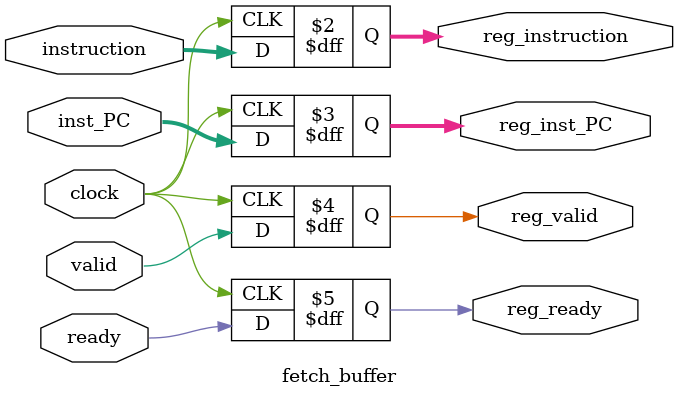
<source format=v>
module fetch_buffer #(parameter CORE = 0, DATA_WIDTH = 32, INDEX_BITS = 6, 
                     OFFSET_BITS = 3, ADDRESS_BITS = 20)(
	clock,        
	instruction,
        inst_PC,
        valid,
        ready,
        reg_instruction,
        reg_inst_PC,
        reg_valid,
        reg_ready
); 

input [DATA_WIDTH-1:0]   instruction;
input [ADDRESS_BITS-1:0] inst_PC;  
input valid; 
input ready;
input clock; 

output reg [DATA_WIDTH-1:0]   reg_instruction;
output reg [ADDRESS_BITS-1:0] reg_inst_PC;  
output reg reg_valid; 
output reg reg_ready; 

always @ (posedge clock) begin

     reg_instruction <= instruction;
     reg_inst_PC <= inst_PC;
     reg_valid <= valid;
     reg_ready <= ready;

end




endmodule

</source>
